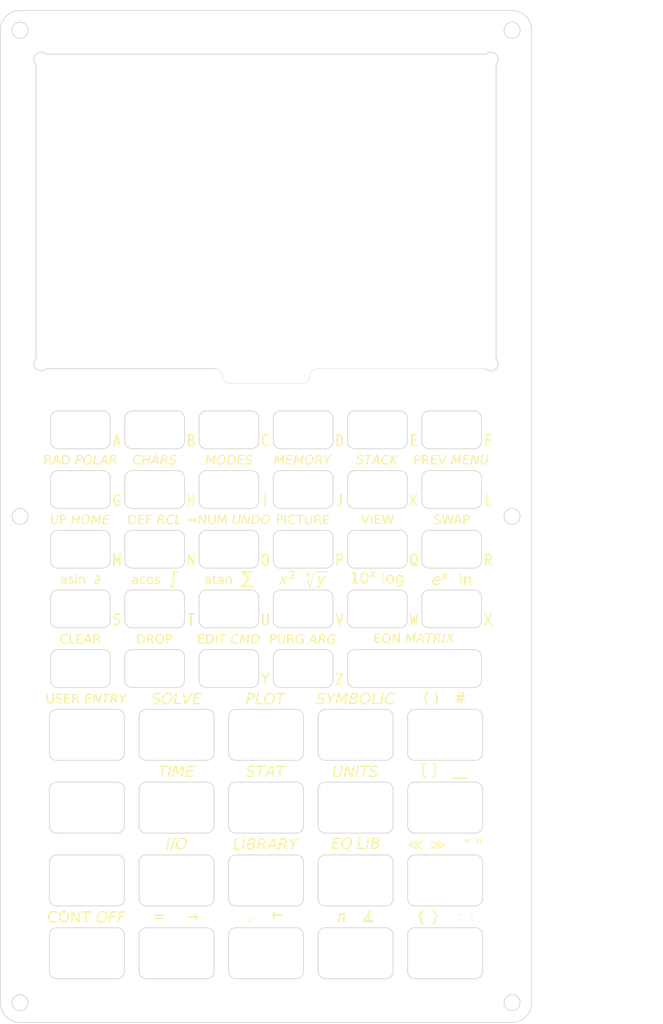
<source format=kicad_pcb>
(kicad_pcb (version 20241229) (generator "pcbnew") (generator_version "9.0")
  (layers (0 "F.Cu" signal) (2 "B.Cu" signal) (13 "F.Paste" user) (15 "B.Paste" user) (5 "F.SilkS" user "F.Silkscreen") (7 "B.SilkS" user "B.Silkscreen") (1 "F.Mask" user) (3 "B.Mask" user) (25 "Edge.Cuts" user))
  (net 0 "")
  (footprint "latex_text" (layer "F.Cu") (at 76.5 144.5)
    (property "Reference" "latex_text" (hide yes))
    (property "Value" "G***" (hide yes))
  )
  (footprint "latex_text" (layer "F.Cu") (at 91.8 101.7)
    (property "Reference" "latex_text" (hide yes))
    (property "Value" "G***" (hide yes))
  )
  (footprint "latex_text" (layer "F.Cu") (at 102 118.1)
    (property "Reference" "latex_text" (hide yes))
    (property "Value" "G***" (hide yes))
  )
  (footprint "latex_text" (layer "F.Cu") (at 71.4 101.7)
    (property "Reference" "latex_text" (hide yes))
    (property "Value" "G***" (hide yes))
  )
  (footprint "latex_text" (layer "F.Cu") (at 51.9 134.5)
    (property "Reference" "latex_text" (hide yes))
    (property "Value" "G***" (hide yes))
  )
  (footprint "latex_text" (layer "F.Cu") (at 51.9 164.5)
    (property "Reference" "latex_text" (hide yes))
    (property "Value" "G***" (hide yes))
  )
  (footprint "latex_text" (layer "F.Cu") (at 81.6 109.9)
    (property "Reference" "latex_text" (hide yes))
    (property "Value" "G***" (hide yes))
  )
  (footprint "latex_text" (layer "F.Cu") (at 51 109.9)
    (property "Reference" "latex_text" (hide yes))
    (property "Value" "G***" (hide yes))
  )
  (footprint "latex_text" (layer "F.Cu") (at 81.6 101.7)
    (property "Reference" "latex_text" (hide yes))
    (property "Value" "G***" (hide yes))
  )
  (footprint "latex_text" (layer "F.Cu") (at 61.2 118.1)
    (property "Reference" "latex_text" (hide yes))
    (property "Value" "G***" (hide yes))
  )
  (footprint "latex_text" (layer "F.Cu") (at 51 101.7)
    (property "Reference" "latex_text" (hide yes))
    (property "Value" "G***" (hide yes))
  )
  (footprint "latex_text" (layer "F.Cu") (at 101.1 154.5)
    (property "Reference" "latex_text" (hide yes))
    (property "Value" "G***" (hide yes))
  )
  (footprint "latex_text" (layer "F.Cu") (at 101.1 144.5)
    (property "Reference" "latex_text" (hide yes))
    (property "Value" "G***" (hide yes))
  )
  (footprint "latex_text" (layer "F.Cu") (at 81.6 126.3)
    (property "Reference" "latex_text" (hide yes))
    (property "Value" "G***" (hide yes))
  )
  (footprint "latex_text" (layer "F.Cu") (at 101.1 164.5)
    (property "Reference" "latex_text" (hide yes))
    (property "Value" "G***" (hide yes))
  )
  (footprint "latex_text" (layer "F.Cu") (at 91.8 109.9)
    (property "Reference" "latex_text" (hide yes))
    (property "Value" "G***" (hide yes))
  )
  (footprint "latex_text" (layer "F.Cu") (at 88.8 154.5)
    (property "Reference" "latex_text" (hide yes))
    (property "Value" "G***" (hide yes))
  )
  (footprint "latex_text" (layer "F.Cu") (at 76.5 134.5)
    (property "Reference" "latex_text" (hide yes))
    (property "Value" "G***" (hide yes))
  )
  (footprint "latex_text" (layer "F.Cu") (at 101.1 134.5)
    (property "Reference" "latex_text" (hide yes))
    (property "Value" "G***" (hide yes))
  )
  (footprint "latex_text" (layer "F.Cu") (at 64.2 164.5)
    (property "Reference" "latex_text" (hide yes))
    (property "Value" "G***" (hide yes))
  )
  (footprint "latex_text" (layer "F.Cu") (at 71.4 118.1)
    (property "Reference" "latex_text" (hide yes))
    (property "Value" "G***" (hide yes))
  )
  (footprint "latex_text" (layer "F.Cu") (at 96.9 126.3)
    (property "Reference" "latex_text" (hide yes))
    (property "Value" "G***" (hide yes))
  )
  (footprint "latex_text" (layer "F.Cu") (at 88.8 164.5)
    (property "Reference" "latex_text" (hide yes))
    (property "Value" "G***" (hide yes))
  )
  (footprint "latex_text" (layer "F.Cu") (at 88.8 144.5)
    (property "Reference" "latex_text" (hide yes))
    (property "Value" "G***" (hide yes))
  )
  (footprint "latex_text" (layer "F.Cu") (at 64.2 154.5)
    (property "Reference" "latex_text" (hide yes))
    (property "Value" "G***" (hide yes))
  )
  (footprint "latex_text" (layer "F.Cu") (at 61.2 126.3)
    (property "Reference" "latex_text" (hide yes))
    (property "Value" "G***" (hide yes))
  )
  (footprint "latex_text" (layer "F.Cu") (at 64.2 134.5)
    (property "Reference" "latex_text" (hide yes))
    (property "Value" "G***" (hide yes))
  )
  (footprint "latex_text" (layer "F.Cu") (at 51 126.3)
    (property "Reference" "latex_text" (hide yes))
    (property "Value" "G***" (hide yes))
  )
  (footprint "latex_text" (layer "F.Cu") (at 61.2 101.7)
    (property "Reference" "latex_text" (hide yes))
    (property "Value" "G***" (hide yes))
  )
  (footprint "latex_text" (layer "F.Cu") (at 51 118.1)
    (property "Reference" "latex_text" (hide yes))
    (property "Value" "G***" (hide yes))
  )
  (footprint "latex_text" (layer "F.Cu") (at 91.8 118.1)
    (property "Reference" "latex_text" (hide yes))
    (property "Value" "G***" (hide yes))
  )
  (footprint "latex_text" (layer "F.Cu") (at 61.2 109.9)
    (property "Reference" "latex_text" (hide yes))
    (property "Value" "G***" (hide yes))
  )
  (footprint "latex_text" (layer "F.Cu") (at 64.2 144.5)
    (property "Reference" "latex_text" (hide yes))
    (property "Value" "G***" (hide yes))
  )
  (footprint "latex_text" (layer "F.Cu") (at 71.4 126.3)
    (property "Reference" "latex_text" (hide yes))
    (property "Value" "G***" (hide yes))
  )
  (footprint "latex_text" (layer "F.Cu") (at 71.4 109.9)
    (property "Reference" "latex_text" (hide yes))
    (property "Value" "G***" (hide yes))
  )
  (footprint "latex_text" (layer "F.Cu") (at 76.5 164.5)
    (property "Reference" "latex_text" (hide yes))
    (property "Value" "G***" (hide yes))
  )
  (footprint "latex_text" (layer "F.Cu") (at 81.6 118.1)
    (property "Reference" "latex_text" (hide yes))
    (property "Value" "G***" (hide yes))
  )
  (footprint "latex_text" (layer "F.Cu") (at 76.5 154.5)
    (property "Reference" "latex_text" (hide yes))
    (property "Value" "G***" (hide yes))
  )
  (footprint "latex_text" (layer "F.Cu") (at 102 101.7)
    (property "Reference" "latex_text" (hide yes))
    (property "Value" "G***" (hide yes))
  )
  (footprint "latex_text" (layer "F.Cu") (at 88.8 134.5)
    (property "Reference" "latex_text" (hide yes))
    (property "Value" "G***" (hide yes))
  )
  (footprint "latex_text" (layer "F.Cu") (at 102 109.9)
    (property "Reference" "latex_text" (hide yes))
    (property "Value" "G***" (hide yes))
  )
  (gr_arc (start 105.1 127.8) (mid 105.807107 128.092893) (end 106.1 128.8) (stroke (width 0.1)) (layer "Edge.Cuts"))
  (gr_line (start 106.25 157) (end 106.25 162) (stroke (width 0.1)) (layer "Edge.Cuts"))
  (gr_line (start 106.25 167) (end 106.25 172) (stroke (width 0.1)) (layer "Edge.Cuts"))
  (gr_line (start 58.100001 95) (end 64.299999 95) (stroke (width 0.1)) (layer "Edge.Cuts"))
  (gr_line (start 60.05 136) (end 68.35 136) (stroke (width 0.1)) (layer "Edge.Cuts"))
  (gr_line (start 105.099999 116.6) (end 98.900001 116.6) (stroke (width 0.1)) (layer "Edge.Cuts"))
  (gr_line (start 78.500001 119.6) (end 84.699999 119.6) (stroke (width 0.1)) (layer "Edge.Cuts"))
  (gr_arc (start 106.25 142) (mid 105.957107 142.707107) (end 105.25 143) (stroke (width 0.1)) (layer "Edge.Cuts"))
  (gr_arc (start 82.5 90.2) (mid 82.792893 89.492893) (end 83.5 89.2) (stroke (width 0.05)) (layer "Edge.Cuts"))
  (gr_line (start 68.300001 119.6) (end 74.499999 119.6) (stroke (width 0.1)) (layer "Edge.Cuts"))
  (gr_line (start 97.900001 99.2) (end 97.900001 96) (stroke (width 0.1)) (layer "Edge.Cuts"))
  (gr_line (start 47.900001 103.2) (end 54.099999 103.2) (stroke (width 0.1)) (layer "Edge.Cuts"))
  (gr_arc (start 59.05 157) (mid 59.342893 156.292893) (end 60.05 156) (stroke (width 0.1)) (layer "Edge.Cuts"))
  (gr_line (start 47.900001 119.6) (end 54.099999 119.6) (stroke (width 0.1)) (layer "Edge.Cuts"))
  (gr_arc (start 78.500001 124.8) (mid 77.792894 124.507107) (end 77.500001 123.8) (stroke (width 0.1)) (layer "Edge.Cuts"))
  (gr_line (start 75.499999 96) (end 75.499999 99.2) (stroke (width 0.1)) (layer "Edge.Cuts"))
  (gr_line (start 75.499999 128.8) (end 75.499999 132) (stroke (width 0.1)) (layer "Edge.Cuts"))
  (gr_arc (start 67.300001 112.4) (mid 67.592894 111.692893) (end 68.300001 111.4) (stroke (width 0.1)) (layer "Edge.Cuts"))
  (gr_arc (start 94.899999 111.4) (mid 95.607106 111.692893) (end 95.899999 112.4) (stroke (width 0.1)) (layer "Edge.Cuts"))
  (gr_line (start 87.7 132) (end 87.7 128.8) (stroke (width 0.1)) (layer "Edge.Cuts"))
  (gr_arc (start 78.500001 133) (mid 77.792894 132.707107) (end 77.500001 132) (stroke (width 0.1)) (layer "Edge.Cuts"))
  (gr_circle (center 42.7 109.5) (end 42.7 110.6) (stroke (width 0.1)) (fill no) (layer "Edge.Cuts"))
  (gr_arc (start 83.65 147) (mid 83.942893 146.292893) (end 84.65 146) (stroke (width 0.1)) (layer "Edge.Cuts"))
  (gr_line (start 85.699999 96) (end 85.699999 99.2) (stroke (width 0.1)) (layer "Edge.Cuts"))
  (gr_arc (start 59.05 147) (mid 59.342893 146.292893) (end 60.05 146) (stroke (width 0.1)) (layer "Edge.Cuts"))
  (gr_arc (start 84.65 163) (mid 83.942893 162.707107) (end 83.65 162) (stroke (width 0.1)) (layer "Edge.Cuts"))
  (gr_line (start 78.500001 103.2) (end 84.699999 103.2) (stroke (width 0.1)) (layer "Edge.Cuts"))
  (gr_line (start 55.099999 120.6) (end 55.099999 123.8) (stroke (width 0.1)) (layer "Edge.Cuts"))
  (gr_line (start 92.95 173) (end 84.65 173) (stroke (width 0.1)) (layer "Edge.Cuts"))
  (gr_arc (start 65.299999 115.6) (mid 65.007106 116.307107) (end 64.299999 116.6) (stroke (width 0.1)) (layer "Edge.Cuts"))
  (gr_arc (start 67.300001 128.8) (mid 67.592894 128.092893) (end 68.300001 127.8) (stroke (width 0.1)) (layer "Edge.Cuts"))
  (gr_arc (start 97.900001 120.6) (mid 98.192894 119.892893) (end 98.900001 119.6) (stroke (width 0.1)) (layer "Edge.Cuts"))
  (gr_arc (start 97.900001 96) (mid 98.192894 95.292893) (end 98.900001 95) (stroke (width 0.1)) (layer "Edge.Cuts"))
  (gr_arc (start 64.299999 111.4) (mid 65.007106 111.692893) (end 65.299999 112.4) (stroke (width 0.1)) (layer "Edge.Cuts"))
  (gr_arc (start 68.35 146) (mid 69.057107 146.292893) (end 69.35 147) (stroke (width 0.1)) (layer "Edge.Cuts"))
  (gr_arc (start 74.499999 103.2) (mid 75.207106 103.492893) (end 75.499999 104.2) (stroke (width 0.1)) (layer "Edge.Cuts"))
  (gr_arc (start 64.299999 103.2) (mid 65.007106 103.492893) (end 65.299999 104.2) (stroke (width 0.1)) (layer "Edge.Cuts"))
  (gr_arc (start 58.100001 100.2) (mid 57.392894 99.907107) (end 57.100001 99.2) (stroke (width 0.1)) (layer "Edge.Cuts"))
  (gr_arc (start 65.299999 107.4) (mid 65.007106 108.107107) (end 64.299999 108.4) (stroke (width 0.1)) (layer "Edge.Cuts"))
  (gr_arc (start 93.95 152) (mid 93.657107 152.707107) (end 92.95 153) (stroke (width 0.1)) (layer "Edge.Cuts"))
  (gr_line (start 74.499999 116.6) (end 68.300001 116.6) (stroke (width 0.1)) (layer "Edge.Cuts"))
  (gr_arc (start 96.95 143) (mid 96.242893 142.707107) (end 95.95 142) (stroke (width 0.1)) (layer "Edge.Cuts"))
  (gr_arc (start 95.95 167) (mid 96.242893 166.292893) (end 96.95 166) (stroke (width 0.1)) (layer "Edge.Cuts"))
  (gr_line (start 84.65 156) (end 92.95 156) (stroke (width 0.1)) (layer "Edge.Cuts"))
  (gr_arc (start 55.099999 115.6) (mid 54.807106 116.307107) (end 54.099999 116.6) (stroke (width 0.1)) (layer "Edge.Cuts"))
  (gr_arc (start 96.95 173) (mid 96.242893 172.707107) (end 95.95 172) (stroke (width 0.1)) (layer "Edge.Cuts"))
  (gr_line (start 57.05 157) (end 57.05 162) (stroke (width 0.1)) (layer "Edge.Cuts"))
  (gr_arc (start 60.05 173) (mid 59.342893 172.707107) (end 59.05 172) (stroke (width 0.1)) (layer "Edge.Cuts"))
  (gr_line (start 95.899999 104.2) (end 95.899999 107.4) (stroke (width 0.1)) (layer "Edge.Cuts"))
  (gr_arc (start 55.099999 99.2) (mid 54.807106 99.907107) (end 54.099999 100.2) (stroke (width 0.1)) (layer "Edge.Cuts"))
  (gr_line (start 106.099999 112.4) (end 106.099999 115.6) (stroke (width 0.1)) (layer "Edge.Cuts"))
  (gr_line (start 74.499999 108.4) (end 68.300001 108.4) (stroke (width 0.1)) (layer "Edge.Cuts"))
  (gr_line (start 54.099999 133) (end 47.900001 133) (stroke (width 0.1)) (layer "Edge.Cuts"))
  (gr_arc (start 78.500001 116.6) (mid 77.792894 116.307107) (end 77.500001 115.6) (stroke (width 0.1)) (layer "Edge.Cuts"))
  (gr_arc (start 57.100001 128.8) (mid 57.392894 128.092893) (end 58.100001 127.8) (stroke (width 0.1)) (layer "Edge.Cuts"))
  (gr_line (start 106.1 128.8) (end 106.1 132) (stroke (width 0.1)) (layer "Edge.Cuts"))
  (gr_line (start 58.100001 127.8) (end 64.299999 127.8) (stroke (width 0.1)) (layer "Edge.Cuts"))
  (gr_line (start 113 42.7) (end 113 176.3) (stroke (width 0.1)) (layer "Edge.Cuts"))
  (gr_line (start 84.699999 100.2) (end 78.500001 100.2) (stroke (width 0.1)) (layer "Edge.Cuts"))
  (gr_line (start 78.500001 111.4) (end 84.699999 111.4) (stroke (width 0.1)) (layer "Edge.Cuts"))
  (gr_arc (start 92.95 146) (mid 93.657107 146.292893) (end 93.95 147) (stroke (width 0.1)) (layer "Edge.Cuts"))
  (gr_line (start 54.099999 108.4) (end 47.900001 108.4) (stroke (width 0.1)) (layer "Edge.Cuts"))
  (gr_line (start 105.25 143) (end 96.95 143) (stroke (width 0.1)) (layer "Edge.Cuts"))
  (gr_arc (start 69.35 162) (mid 69.057107 162.707107) (end 68.35 163) (stroke (width 0.1)) (layer "Edge.Cuts"))
  (gr_arc (start 75.499999 132) (mid 75.207106 132.707107) (end 74.499999 133) (stroke (width 0.1)) (layer "Edge.Cuts"))
  (gr_arc (start 54.099999 111.4) (mid 54.807106 111.692893) (end 55.099999 112.4) (stroke (width 0.1)) (layer "Edge.Cuts"))
  (gr_line (start 59.05 172) (end 59.05 167) (stroke (width 0.1)) (layer "Edge.Cuts"))
  (gr_arc (start 81.65 172) (mid 81.357107 172.707107) (end 80.65 173) (stroke (width 0.1)) (layer "Edge.Cuts"))
  (gr_arc (start 84.65 143) (mid 83.942893 142.707107) (end 83.65 142) (stroke (width 0.1)) (layer "Edge.Cuts"))
  (gr_line (start 94.899999 124.8) (end 88.700001 124.8) (stroke (width 0.1)) (layer "Edge.Cuts"))
  (gr_line (start 72.35 156) (end 80.65 156) (stroke (width 0.1)) (layer "Edge.Cuts"))
  (gr_arc (start 46.900001 96) (mid 47.192894 95.292893) (end 47.900001 95) (stroke (width 0.1)) (layer "Edge.Cuts"))
  (gr_line (start 95.899999 96) (end 95.899999 99.2) (stroke (width 0.1)) (layer "Edge.Cuts"))
  (gr_arc (start 84.699999 119.6) (mid 85.407106 119.892893) (end 85.699999 120.6) (stroke (width 0.1)) (layer "Edge.Cuts"))
  (gr_line (start 68.35 143) (end 60.05 143) (stroke (width 0.1)) (layer "Edge.Cuts"))
  (gr_line (start 106.099999 104.2) (end 106.099999 107.4) (stroke (width 0.1)) (layer "Edge.Cuts"))
  (gr_line (start 69.5 89.2) (end 46.314212 89.2) (stroke (width 0.1)) (layer "Edge.Cuts"))
  (gr_line (start 47.900001 95) (end 54.099999 95) (stroke (width 0.1)) (layer "Edge.Cuts"))
  (gr_arc (start 83.65 167) (mid 83.942893 166.292893) (end 84.65 166) (stroke (width 0.1)) (layer "Edge.Cuts"))
  (gr_line (start 105.099999 124.8) (end 98.900001 124.8) (stroke (width 0.1)) (layer "Edge.Cuts"))
  (gr_line (start 85.699999 104.2) (end 85.699999 107.4) (stroke (width 0.1)) (layer "Edge.Cuts"))
  (gr_line (start 106.099999 96) (end 106.099999 99.2) (stroke (width 0.1)) (layer "Edge.Cuts"))
  (gr_line (start 68.300001 111.4) (end 74.499999 111.4) (stroke (width 0.1)) (layer "Edge.Cuts"))
  (gr_arc (start 58.100001 116.6) (mid 57.392894 116.307107) (end 57.100001 115.6) (stroke (width 0.1)) (layer "Edge.Cuts"))
  (gr_arc (start 65.299999 132) (mid 65.007106 132.707107) (end 64.299999 133) (stroke (width 0.1)) (layer "Edge.Cuts"))
  (gr_arc (start 77.500001 120.6) (mid 77.792894 119.892893) (end 78.500001 119.6) (stroke (width 0.1)) (layer "Edge.Cuts"))
  (gr_line (start 80.65 153) (end 72.35 153) (stroke (width 0.1)) (layer "Edge.Cuts"))
  (gr_circle (center 110.3 176.3) (end 110.3 177.4) (stroke (width 0.1)) (fill no) (layer "Edge.Cuts"))
  (gr_arc (start 96.95 163) (mid 96.242893 162.707107) (end 95.95 162) (stroke (width 0.1)) (layer "Edge.Cuts"))
  (gr_line (start 97.900001 123.8) (end 97.900001 120.6) (stroke (width 0.1)) (layer "Edge.Cuts"))
  (gr_arc (start 88.700001 124.8) (mid 87.992894 124.507107) (end 87.700001 123.8) (stroke (width 0.1)) (layer "Edge.Cuts"))
  (gr_arc (start 105.099999 111.4) (mid 105.807106 111.692893) (end 106.099999 112.4) (stroke (width 0.1)) (layer "Edge.Cuts"))
  (gr_line (start 71.35 162) (end 71.35 157) (stroke (width 0.1)) (layer "Edge.Cuts"))
  (gr_line (start 84.65 136) (end 92.95 136) (stroke (width 0.1)) (layer "Edge.Cuts"))
  (gr_line (start 64.299999 133) (end 58.100001 133) (stroke (width 0.1)) (layer "Edge.Cuts"))
  (gr_line (start 93.95 157) (end 93.95 162) (stroke (width 0.1)) (layer "Edge.Cuts"))
  (gr_arc (start 46.75 157) (mid 47.042893 156.292893) (end 47.75 156) (stroke (width 0.1)) (layer "Edge.Cuts"))
  (gr_line (start 64.299999 116.6) (end 58.100001 116.6) (stroke (width 0.1)) (layer "Edge.Cuts"))
  (gr_line (start 83.65 162) (end 83.65 157) (stroke (width 0.1)) (layer "Edge.Cuts"))
  (gr_arc (start 59.05 167) (mid 59.342893 166.292893) (end 60.05 166) (stroke (width 0.1)) (layer "Edge.Cuts"))
  (gr_arc (start 84.699999 95) (mid 85.407106 95.292893) (end 85.699999 96) (stroke (width 0.1)) (layer "Edge.Cuts"))
  (gr_line (start 80.65 173) (end 72.35 173) (stroke (width 0.1)) (layer "Edge.Cuts"))
  (gr_arc (start 87.7 128.8) (mid 87.992893 128.092893) (end 88.7 127.8) (stroke (width 0.1)) (layer "Edge.Cuts"))
  (gr_arc (start 57.05 162) (mid 56.757107 162.707107) (end 56.05 163) (stroke (width 0.1)) (layer "Edge.Cuts"))
  (gr_arc (start 98.900001 124.8) (mid 98.192894 124.507107) (end 97.900001 123.8) (stroke (width 0.1)) (layer "Edge.Cuts"))
  (gr_line (start 75.499999 120.6) (end 75.499999 123.8) (stroke (width 0.1)) (layer "Edge.Cuts"))
  (gr_line (start 88.7 127.8) (end 105.1 127.8) (stroke (width 0.1)) (layer "Edge.Cuts"))
  (gr_arc (start 75.499999 115.6) (mid 75.207106 116.307107) (end 74.499999 116.6) (stroke (width 0.1)) (layer "Edge.Cuts"))
  (gr_circle (center 110.3 42.7) (end 110.3 43.8) (stroke (width 0.1)) (fill no) (layer "Edge.Cuts"))
  (gr_arc (start 88.7 133) (mid 87.992893 132.707107) (end 87.7 132) (stroke (width 0.1)) (layer "Edge.Cuts"))
  (gr_line (start 57.05 167) (end 57.05 172) (stroke (width 0.1)) (layer "Edge.Cuts"))
  (gr_arc (start 46.900001 104.2) (mid 47.192894 103.492893) (end 47.900001 103.2) (stroke (width 0.1)) (layer "Edge.Cuts"))
  (gr_arc (start 105.099999 95) (mid 105.807106 95.292893) (end 106.099999 96) (stroke (width 0.1)) (layer "Edge.Cuts"))
  (gr_arc (start 88.700001 108.4) (mid 87.992894 108.107107) (end 87.700001 107.4) (stroke (width 0.1)) (layer "Edge.Cuts"))
  (gr_arc (start 72.35 143) (mid 71.642893 142.707107) (end 71.35 142) (stroke (width 0.1)) (layer "Edge.Cuts"))
  (gr_line (start 46.75 172) (end 46.75 167) (stroke (width 0.1)) (layer "Edge.Cuts"))
  (gr_arc (start 55.099999 123.8) (mid 54.807106 124.507107) (end 54.099999 124.8) (stroke (width 0.1)) (layer "Edge.Cuts"))
  (gr_arc (start 108.1 87.785787) (mid 108.100001 89.2) (end 106.685788 89.200001) (stroke (width 0.1)) (layer "Edge.Cuts"))
  (gr_line (start 42.7 40) (end 110.3 40) (stroke (width 0.1)) (layer "Edge.Cuts"))
  (gr_arc (start 58.100001 124.8) (mid 57.392894 124.507107) (end 57.100001 123.8) (stroke (width 0.1)) (layer "Edge.Cuts"))
  (gr_line (start 105.25 173) (end 96.95 173) (stroke (width 0.1)) (layer "Edge.Cuts"))
  (gr_arc (start 69.35 172) (mid 69.057107 172.707107) (end 68.35 173) (stroke (width 0.1)) (layer "Edge.Cuts"))
  (gr_line (start 55.099999 112.4) (end 55.099999 115.6) (stroke (width 0.1)) (layer "Edge.Cuts"))
  (gr_arc (start 74.499999 127.8) (mid 75.207106 128.092893) (end 75.499999 128.8) (stroke (width 0.1)) (layer "Edge.Cuts"))
  (gr_arc (start 85.699999 132) (mid 85.407106 132.707107) (end 84.699999 133) (stroke (width 0.1)) (layer "Edge.Cuts"))
  (gr_line (start 96.95 166) (end 105.25 166) (stroke (width 0.1)) (layer "Edge.Cuts"))
  (gr_arc (start 105.099999 103.2) (mid 105.807106 103.492893) (end 106.099999 104.2) (stroke (width 0.1)) (layer "Edge.Cuts"))
  (gr_arc (start 42.7 179) (mid 40.790812 178.209188) (end 40 176.3) (stroke (width 0.1)) (layer "Edge.Cuts"))
  (gr_line (start 81.65 167) (end 81.65 172) (stroke (width 0.1)) (layer "Edge.Cuts"))
  (gr_arc (start 46.75 137) (mid 47.042893 136.292893) (end 47.75 136) (stroke (width 0.1)) (layer "Edge.Cuts"))
  (gr_line (start 78.500001 95) (end 84.699999 95) (stroke (width 0.1)) (layer "Edge.Cuts"))
  (gr_line (start 74.499999 124.8) (end 68.300001 124.8) (stroke (width 0.1)) (layer "Edge.Cuts"))
  (gr_line (start 64.299999 100.2) (end 58.100001 100.2) (stroke (width 0.1)) (layer "Edge.Cuts"))
  (gr_arc (start 64.299999 95) (mid 65.007106 95.292893) (end 65.299999 96) (stroke (width 0.1)) (layer "Edge.Cuts"))
  (gr_line (start 93.95 167) (end 93.95 172) (stroke (width 0.1)) (layer "Edge.Cuts"))
  (gr_line (start 67.300001 99.2) (end 67.300001 96) (stroke (width 0.1)) (layer "Edge.Cuts"))
  (gr_line (start 110.3 179) (end 42.7 179) (stroke (width 0.1)) (layer "Edge.Cuts"))
  (gr_line (start 87.700001 123.8) (end 87.700001 120.6) (stroke (width 0.1)) (layer "Edge.Cuts"))
  (gr_line (start 83.65 152) (end 83.65 147) (stroke (width 0.1)) (layer "Edge.Cuts"))
  (gr_line (start 46.900001 123.8) (end 46.900001 120.6) (stroke (width 0.1)) (layer "Edge.Cuts"))
  (gr_line (start 46.900001 132) (end 46.900001 128.8) (stroke (width 0.1)) (layer "Edge.Cuts"))
  (gr_line (start 88.700001 95) (end 94.899999 95) (stroke (width 0.1)) (layer "Edge.Cuts"))
  (gr_arc (start 84.65 153) (mid 83.942893 152.707107) (end 83.65 152) (stroke (width 0.1)) (layer "Edge.Cuts"))
  (gr_arc (start 47.75 163) (mid 47.042893 162.707107) (end 46.75 162) (stroke (width 0.1)) (layer "Edge.Cuts"))
  (gr_arc (start 77.500001 112.4) (mid 77.792894 111.692893) (end 78.500001 111.4) (stroke (width 0.1)) (layer "Edge.Cuts"))
  (gr_line (start 84.699999 116.6) (end 78.500001 116.6) (stroke (width 0.1)) (layer "Edge.Cuts"))
  (gr_arc (start 92.95 156) (mid 93.657107 156.292893) (end 93.95 157) (stroke (width 0.1)) (layer "Edge.Cuts"))
  (gr_line (start 85.699999 120.6) (end 85.699999 123.8) (stroke (width 0.1)) (layer "Edge.Cuts"))
  (gr_line (start 93.95 147) (end 93.95 152) (stroke (width 0.1)) (layer "Edge.Cuts"))
  (gr_line (start 69.35 167) (end 69.35 172) (stroke (width 0.1)) (layer "Edge.Cuts"))
  (gr_line (start 58.100001 119.6) (end 64.299999 119.6) (stroke (width 0.1)) (layer "Edge.Cuts"))
  (gr_arc (start 81.65 162) (mid 81.357107 162.707107) (end 80.65 163) (stroke (width 0.1)) (layer "Edge.Cuts"))
  (gr_arc (start 98.900001 100.2) (mid 98.192894 99.907107) (end 97.900001 99.2) (stroke (width 0.1)) (layer "Edge.Cuts"))
  (gr_line (start 59.05 162) (end 59.05 157) (stroke (width 0.1)) (layer "Edge.Cuts"))
  (gr_arc (start 47.900001 100.2) (mid 47.192894 99.907107) (end 46.900001 99.2) (stroke (width 0.1)) (layer "Edge.Cuts"))
  (gr_line (start 74.499999 133) (end 68.300001 133) (stroke (width 0.1)) (layer "Edge.Cuts"))
  (gr_line (start 98.900001 103.2) (end 105.099999 103.2) (stroke (width 0.1)) (layer "Edge.Cuts"))
  (gr_line (start 47.75 136) (end 56.05 136) (stroke (width 0.1)) (layer "Edge.Cuts"))
  (gr_arc (start 77.500001 104.2) (mid 77.792894 103.492893) (end 78.500001 103.2) (stroke (width 0.1)) (layer "Edge.Cuts"))
  (gr_arc (start 92.95 166) (mid 93.657107 166.292893) (end 93.95 167) (stroke (width 0.1)) (layer "Edge.Cuts"))
  (gr_line (start 68.35 173) (end 60.05 173) (stroke (width 0.1)) (layer "Edge.Cuts"))
  (gr_arc (start 93.95 172) (mid 93.657107 172.707107) (end 92.95 173) (stroke (width 0.1)) (layer "Edge.Cuts"))
  (gr_arc (start 74.499999 95) (mid 75.207106 95.292893) (end 75.499999 96) (stroke (width 0.1)) (layer "Edge.Cuts"))
  (gr_arc (start 47.900001 116.6) (mid 47.192894 116.307107) (end 46.900001 115.6) (stroke (width 0.1)) (layer "Edge.Cuts"))
  (gr_arc (start 77.500001 128.8) (mid 77.792894 128.092893) (end 78.500001 127.8) (stroke (width 0.1)) (layer "Edge.Cuts"))
  (gr_arc (start 68.300001 108.4) (mid 67.592894 108.107107) (end 67.300001 107.4) (stroke (width 0.1)) (layer "Edge.Cuts"))
  (gr_arc (start 71.35 147) (mid 71.642893 146.292893) (end 72.35 146) (stroke (width 0.1)) (layer "Edge.Cuts"))
  (gr_arc (start 113 176.3) (mid 112.209188 178.209188) (end 110.3 179) (stroke (width 0.1)) (layer "Edge.Cuts"))
  (gr_arc (start 85.699999 115.6) (mid 85.407106 116.307107) (end 84.699999 116.6) (stroke (width 0.1)) (layer "Edge.Cuts"))
  (gr_line (start 44.9 87.785788) (end 44.9 47.414212) (stroke (width 0.1)) (layer "Edge.Cuts"))
  (gr_line (start 98.900001 119.6) (end 105.099999 119.6) (stroke (width 0.1)) (layer "Edge.Cuts"))
  (gr_arc (start 84.699999 103.2) (mid 85.407106 103.492893) (end 85.699999 104.2) (stroke (width 0.1)) (layer "Edge.Cuts"))
  (gr_arc (start 47.75 143) (mid 47.042893 142.707107) (end 46.75 142) (stroke (width 0.1)) (layer "Edge.Cuts"))
  (gr_line (start 72.35 166) (end 80.65 166) (stroke (width 0.1)) (layer "Edge.Cuts"))
  (gr_arc (start 68.300001 100.2) (mid 67.592894 99.907107) (end 67.300001 99.2) (stroke (width 0.1)) (layer "Edge.Cuts"))
  (gr_line (start 87.700001 107.4) (end 87.700001 104.2) (stroke (width 0.1)) (layer "Edge.Cuts"))
  (gr_line (start 81.65 147) (end 81.65 152) (stroke (width 0.1)) (layer "Edge.Cuts"))
  (gr_line (start 94.899999 108.4) (end 88.700001 108.4) (stroke (width 0.1)) (layer "Edge.Cuts"))
  (gr_arc (start 69.35 152) (mid 69.057107 152.707107) (end 68.35 153) (stroke (width 0.1)) (layer "Edge.Cuts"))
  (gr_arc (start 65.299999 99.2) (mid 65.007106 99.907107) (end 64.299999 100.2) (stroke (width 0.1)) (layer "Edge.Cuts"))
  (gr_arc (start 58.100001 133) (mid 57.392894 132.707107) (end 57.100001 132) (stroke (width 0.1)) (layer "Edge.Cuts"))
  (gr_line (start 95.95 142) (end 95.95 137) (stroke (width 0.1)) (layer "Edge.Cuts"))
  (gr_arc (start 106.1 132) (mid 105.807107 132.707107) (end 105.1 133) (stroke (width 0.1)) (layer "Edge.Cuts"))
  (gr_arc (start 46.75 147) (mid 47.042893 146.292893) (end 47.75 146) (stroke (width 0.1)) (layer "Edge.Cuts"))
  (gr_arc (start 72.35 163) (mid 71.642893 162.707107) (end 71.35 162) (stroke (width 0.1)) (layer "Edge.Cuts"))
  (gr_arc (start 88.700001 100.2) (mid 87.992894 99.907107) (end 87.700001 99.2) (stroke (width 0.1)) (layer "Edge.Cuts"))
  (gr_line (start 72.35 146) (end 80.65 146) (stroke (width 0.1)) (layer "Edge.Cuts"))
  (gr_arc (start 47.75 153) (mid 47.042893 152.707107) (end 46.75 152) (stroke (width 0.1)) (layer "Edge.Cuts"))
  (gr_line (start 68.35 153) (end 60.05 153) (stroke (width 0.1)) (layer "Edge.Cuts"))
  (gr_arc (start 56.05 146) (mid 56.757107 146.292893) (end 57.05 147) (stroke (width 0.1)) (layer "Edge.Cuts"))
  (gr_arc (start 106.685787 45.999999) (mid 108.100001 45.999999) (end 108.100001 47.414213) (stroke (width 0.1)) (layer "Edge.Cuts"))
  (gr_arc (start 95.899999 99.2) (mid 95.607106 99.907107) (end 94.899999 100.2) (stroke (width 0.1)) (layer "Edge.Cuts"))
  (gr_arc (start 85.699999 107.4) (mid 85.407106 108.107107) (end 84.699999 108.4) (stroke (width 0.1)) (layer "Edge.Cuts"))
  (gr_line (start 71.35 172) (end 71.35 167) (stroke (width 0.1)) (layer "Edge.Cuts"))
  (gr_line (start 105.25 163) (end 96.95 163) (stroke (width 0.1)) (layer "Edge.Cuts"))
  (gr_arc (start 81.65 152) (mid 81.357107 152.707107) (end 80.65 153) (stroke (width 0.1)) (layer "Edge.Cuts"))
  (gr_arc (start 67.300001 120.6) (mid 67.592894 119.892893) (end 68.300001 119.6) (stroke (width 0.1)) (layer "Edge.Cuts"))
  (gr_line (start 57.05 147) (end 57.05 152) (stroke (width 0.1)) (layer "Edge.Cuts"))
  (gr_arc (start 40 42.7) (mid 40.790812 40.790812) (end 42.7 40) (stroke (width 0.1)) (layer "Edge.Cuts"))
  (gr_arc (start 68.300001 116.6) (mid 67.592894 116.307107) (end 67.300001 115.6) (stroke (width 0.1)) (layer "Edge.Cuts"))
  (gr_arc (start 83.65 137) (mid 83.942893 136.292893) (end 84.65 136) (stroke (width 0.1)) (layer "Edge.Cuts"))
  (gr_arc (start 106.099999 115.6) (mid 105.807106 116.307107) (end 105.099999 116.6) (stroke (width 0.1)) (layer "Edge.Cuts"))
  (gr_line (start 87.700001 99.2) (end 87.700001 96) (stroke (width 0.1)) (layer "Edge.Cuts"))
  (gr_arc (start 106.099999 107.4) (mid 105.807106 108.107107) (end 105.099999 108.4) (stroke (width 0.1)) (layer "Edge.Cuts"))
  (gr_line (start 93.95 137) (end 93.95 142) (stroke (width 0.1)) (layer "Edge.Cuts"))
  (gr_arc (start 46.314212 89.2) (mid 44.9 89.2) (end 44.9 87.785788) (stroke (width 0.1)) (layer "Edge.Cuts"))
  (gr_line (start 46.900001 99.2) (end 46.900001 96) (stroke (width 0.1)) (layer "Edge.Cuts"))
  (gr_arc (start 95.899999 115.6) (mid 95.607106 116.307107) (end 94.899999 116.6) (stroke (width 0.1)) (layer "Edge.Cuts"))
  (gr_line (start 85.699999 128.8) (end 85.699999 132) (stroke (width 0.1)) (layer "Edge.Cuts"))
  (gr_arc (start 105.25 146) (mid 105.957107 146.292893) (end 106.25 147) (stroke (width 0.1)) (layer "Edge.Cuts"))
  (gr_arc (start 83.65 157) (mid 83.942893 156.292893) (end 84.65 156) (stroke (width 0.1)) (layer "Edge.Cuts"))
  (gr_line (start 106.099999 120.6) (end 106.099999 123.8) (stroke (width 0.1)) (layer "Edge.Cuts"))
  (gr_line (start 65.299999 128.8) (end 65.299999 132) (stroke (width 0.1)) (layer "Edge.Cuts"))
  (gr_arc (start 54.099999 103.2) (mid 54.807106 103.492893) (end 55.099999 104.2) (stroke (width 0.1)) (layer "Edge.Cuts"))
  (gr_line (start 105.099999 108.4) (end 98.900001 108.4) (stroke (width 0.1)) (layer "Edge.Cuts"))
  (gr_line (start 64.299999 124.8) (end 58.100001 124.8) (stroke (width 0.1)) (layer "Edge.Cuts"))
  (gr_arc (start 72.35 173) (mid 71.642893 172.707107) (end 71.35 172) (stroke (width 0.1)) (layer "Edge.Cuts"))
  (gr_arc (start 47.900001 133) (mid 47.192894 132.707107) (end 46.900001 132) (stroke (width 0.1)) (layer "Edge.Cuts"))
  (gr_arc (start 84.65 173) (mid 83.942893 172.707107) (end 83.65 172) (stroke (width 0.1)) (layer "Edge.Cuts"))
  (gr_arc (start 97.900001 112.4) (mid 98.192894 111.692893) (end 98.900001 111.4) (stroke (width 0.1)) (layer "Edge.Cuts"))
  (gr_arc (start 106.25 162) (mid 105.957107 162.707107) (end 105.25 163) (stroke (width 0.1)) (layer "Edge.Cuts"))
  (gr_line (start 84.65 166) (end 92.95 166) (stroke (width 0.1)) (layer "Edge.Cuts"))
  (gr_arc (start 74.499999 111.4) (mid 75.207106 111.692893) (end 75.499999 112.4) (stroke (width 0.1)) (layer "Edge.Cuts"))
  (gr_arc (start 56.05 166) (mid 56.757107 166.292893) (end 57.05 167) (stroke (width 0.1)) (layer "Edge.Cuts"))
  (gr_line (start 80.65 163) (end 72.35 163) (stroke (width 0.1)) (layer "Edge.Cuts"))
  (gr_line (start 94.899999 116.6) (end 88.700001 116.6) (stroke (width 0.1)) (layer "Edge.Cuts"))
  (gr_line (start 77.500001 99.2) (end 77.500001 96) (stroke (width 0.1)) (layer "Edge.Cuts"))
  (gr_line (start 108.1 47.414212) (end 108.1 87.785788) (stroke (width 0.1)) (layer "Edge.Cuts"))
  (gr_line (start 55.099999 104.2) (end 55.099999 107.4) (stroke (width 0.1)) (layer "Edge.Cuts"))
  (gr_line (start 46.900001 107.4) (end 46.900001 104.2) (stroke (width 0.1)) (layer "Edge.Cuts"))
  (gr_line (start 95.899999 112.4) (end 95.899999 115.6) (stroke (width 0.1)) (layer "Edge.Cuts"))
  (gr_arc (start 80.65 166) (mid 81.357107 166.292893) (end 81.65 167) (stroke (width 0.1)) (layer "Edge.Cuts"))
  (gr_arc (start 65.299999 123.8) (mid 65.007106 124.507107) (end 64.299999 124.8) (stroke (width 0.1)) (layer "Edge.Cuts"))
  (gr_line (start 85.699999 112.4) (end 85.699999 115.6) (stroke (width 0.1)) (layer "Edge.Cuts"))
  (gr_arc (start 71.5 91.2) (mid 70.792893 90.907107) (end 70.5 90.2) (stroke (width 0.05)) (layer "Edge.Cuts"))
  (gr_line (start 96.95 136) (end 105.25 136) (stroke (width 0.1)) (layer "Edge.Cuts"))
  (gr_line (start 98.900001 111.4) (end 105.099999 111.4) (stroke (width 0.1)) (layer "Edge.Cuts"))
  (gr_arc (start 56.05 136) (mid 56.757107 136.292893) (end 57.05 137) (stroke (width 0.1)) (layer "Edge.Cuts"))
  (gr_arc (start 94.899999 95) (mid 95.607106 95.292893) (end 95.899999 96) (stroke (width 0.1)) (layer "Edge.Cuts"))
  (gr_line (start 68.300001 127.8) (end 74.499999 127.8) (stroke (width 0.1)) (layer "Edge.Cuts"))
  (gr_arc (start 68.300001 133) (mid 67.592894 132.707107) (end 67.300001 132) (stroke (width 0.1)) (layer "Edge.Cuts"))
  (gr_arc (start 44.899999 47.414212) (mid 44.9 45.999999) (end 46.314213 46) (stroke (width 0.1)) (layer "Edge.Cuts"))
  (gr_line (start 54.099999 124.8) (end 47.900001 124.8) (stroke (width 0.1)) (layer "Edge.Cuts"))
  (gr_line (start 98.900001 95) (end 105.099999 95) (stroke (width 0.1)) (layer "Edge.Cuts"))
  (gr_line (start 46.314212 46) (end 106.685788 46) (stroke (width 0.1)) (layer "Edge.Cuts"))
  (gr_line (start 88.700001 103.2) (end 94.899999 103.2) (stroke (width 0.1)) (layer "Edge.Cuts"))
  (gr_line (start 84.65 146) (end 92.95 146) (stroke (width 0.1)) (layer "Edge.Cuts"))
  (gr_line (start 68.300001 95) (end 74.499999 95) (stroke (width 0.1)) (layer "Edge.Cuts"))
  (gr_arc (start 93.95 142) (mid 93.657107 142.707107) (end 92.95 143) (stroke (width 0.1)) (layer "Edge.Cuts"))
  (gr_arc (start 54.099999 119.6) (mid 54.807106 119.892893) (end 55.099999 120.6) (stroke (width 0.1)) (layer "Edge.Cuts"))
  (gr_arc (start 60.05 163) (mid 59.342893 162.707107) (end 59.05 162) (stroke (width 0.1)) (layer "Edge.Cuts"))
  (gr_line (start 56.05 173) (end 47.75 173) (stroke (width 0.1)) (layer "Edge.Cuts"))
  (gr_line (start 97.900001 107.4) (end 97.900001 104.2) (stroke (width 0.1)) (layer "Edge.Cuts"))
  (gr_arc (start 59.05 137) (mid 59.342893 136.292893) (end 60.05 136) (stroke (width 0.1)) (layer "Edge.Cuts"))
  (gr_arc (start 106.099999 123.8) (mid 105.807106 124.507107) (end 105.099999 124.8) (stroke (width 0.1)) (layer "Edge.Cuts"))
  (gr_arc (start 57.05 152) (mid 56.757107 152.707107) (end 56.05 153) (stroke (width 0.1)) (layer "Edge.Cuts"))
  (gr_arc (start 82.5 90.2) (mid 82.207107 90.907107) (end 81.5 91.2) (stroke (width 0.05)) (layer "Edge.Cuts"))
  (gr_arc (start 68.35 156) (mid 69.057107 156.292893) (end 69.35 157) (stroke (width 0.1)) (layer "Edge.Cuts"))
  (gr_line (start 57.05 137) (end 57.05 142) (stroke (width 0.1)) (layer "Edge.Cuts"))
  (gr_arc (start 105.25 166) (mid 105.957107 166.292893) (end 106.25 167) (stroke (width 0.1)) (layer "Edge.Cuts"))
  (gr_line (start 47.75 166) (end 56.05 166) (stroke (width 0.1)) (layer "Edge.Cuts"))
  (gr_arc (start 105.099999 119.6) (mid 105.807106 119.892893) (end 106.099999 120.6) (stroke (width 0.1)) (layer "Edge.Cuts"))
  (gr_line (start 77.500001 107.4) (end 77.500001 104.2) (stroke (width 0.1)) (layer "Edge.Cuts"))
  (gr_arc (start 46.900001 120.6) (mid 47.192894 119.892893) (end 47.900001 119.6) (stroke (width 0.1)) (layer "Edge.Cuts"))
  (gr_line (start 75.499999 112.4) (end 75.499999 115.6) (stroke (width 0.1)) (layer "Edge.Cuts"))
  (gr_line (start 71.5 91.2) (end 81.5 91.2) (stroke (width 0.05)) (layer "Edge.Cuts"))
  (gr_circle (center 110.3 109.5) (end 110.3 110.6) (stroke (width 0.1)) (fill no) (layer "Edge.Cuts"))
  (gr_arc (start 57.05 142) (mid 56.757107 142.707107) (end 56.05 143) (stroke (width 0.1)) (layer "Edge.Cuts"))
  (gr_line (start 60.05 156) (end 68.35 156) (stroke (width 0.1)) (layer "Edge.Cuts"))
  (gr_arc (start 105.25 136) (mid 105.957107 136.292893) (end 106.25 137) (stroke (width 0.1)) (layer "Edge.Cuts"))
  (gr_line (start 81.65 137) (end 81.65 142) (stroke (width 0.1)) (layer "Edge.Cuts"))
  (gr_line (start 47.900001 111.4) (end 54.099999 111.4) (stroke (width 0.1)) (layer "Edge.Cuts"))
  (gr_line (start 69.35 147) (end 69.35 152) (stroke (width 0.1)) (layer "Edge.Cuts"))
  (gr_circle (center 42.7 42.7) (end 42.7 43.8) (stroke (width 0.1)) (fill no) (layer "Edge.Cuts"))
  (gr_line (start 88.700001 111.4) (end 94.899999 111.4) (stroke (width 0.1)) (layer "Edge.Cuts"))
  (gr_arc (start 55.099999 132) (mid 54.807106 132.707107) (end 54.099999 133) (stroke (width 0.1)) (layer "Edge.Cuts"))
  (gr_line (start 68.35 163) (end 60.05 163) (stroke (width 0.1)) (layer "Edge.Cuts"))
  (gr_line (start 64.299999 108.4) (end 58.100001 108.4) (stroke (width 0.1)) (layer "Edge.Cuts"))
  (gr_line (start 106.25 137) (end 106.25 142) (stroke (width 0.1)) (layer "Edge.Cuts"))
  (gr_line (start 95.95 162) (end 95.95 157) (stroke (width 0.1)) (layer "Edge.Cuts"))
  (gr_line (start 67.300001 132) (end 67.300001 128.8) (stroke (width 0.1)) (layer "Edge.Cuts"))
  (gr_line (start 54.099999 100.2) (end 47.900001 100.2) (stroke (width 0.1)) (layer "Edge.Cuts"))
  (gr_line (start 56.05 163) (end 47.75 163) (stroke (width 0.1)) (layer "Edge.Cuts"))
  (gr_line (start 83.5 89.2) (end 106.685788 89.200001) (stroke (width 0.05)) (layer "Edge.Cuts"))
  (gr_arc (start 68.35 136) (mid 69.057107 136.292893) (end 69.35 137) (stroke (width 0.1)) (layer "Edge.Cuts"))
  (gr_arc (start 106.099999 99.2) (mid 105.807106 99.907107) (end 105.099999 100.2) (stroke (width 0.1)) (layer "Edge.Cuts"))
  (gr_arc (start 67.300001 96) (mid 67.592894 95.292893) (end 68.300001 95) (stroke (width 0.1)) (layer "Edge.Cuts"))
  (gr_line (start 97.900001 115.6) (end 97.900001 112.4) (stroke (width 0.1)) (layer "Edge.Cuts"))
  (gr_line (start 96.95 156) (end 105.25 156) (stroke (width 0.1)) (layer "Edge.Cuts"))
  (gr_line (start 67.300001 123.8) (end 67.300001 120.6) (stroke (width 0.1)) (layer "Edge.Cuts"))
  (gr_arc (start 78.500001 108.4) (mid 77.792894 108.107107) (end 77.500001 107.4) (stroke (width 0.1)) (layer "Edge.Cuts"))
  (gr_arc (start 92.95 136) (mid 93.657107 136.292893) (end 93.95 137) (stroke (width 0.1)) (layer "Edge.Cuts"))
  (gr_line (start 54.099999 116.6) (end 47.900001 116.6) (stroke (width 0.1)) (layer "Edge.Cuts"))
  (gr_arc (start 57.100001 112.4) (mid 57.392894 111.692893) (end 58.100001 111.4) (stroke (width 0.1)) (layer "Edge.Cuts"))
  (gr_arc (start 87.700001 104.2) (mid 87.992894 103.492893) (end 88.700001 103.2) (stroke (width 0.1)) (layer "Edge.Cuts"))
  (gr_line (start 46.75 152) (end 46.75 147) (stroke (width 0.1)) (layer "Edge.Cuts"))
  (gr_line (start 83.65 172) (end 83.65 167) (stroke (width 0.1)) (layer "Edge.Cuts"))
  (gr_arc (start 106.25 152) (mid 105.957107 152.707107) (end 105.25 153) (stroke (width 0.1)) (layer "Edge.Cuts"))
  (gr_line (start 57.100001 107.4) (end 57.100001 104.2) (stroke (width 0.1)) (layer "Edge.Cuts"))
  (gr_arc (start 47.900001 108.4) (mid 47.192894 108.107107) (end 46.900001 107.4) (stroke (width 0.1)) (layer "Edge.Cuts"))
  (gr_line (start 77.500001 132) (end 77.500001 128.8) (stroke (width 0.1)) (layer "Edge.Cuts"))
  (gr_arc (start 85.699999 123.8) (mid 85.407106 124.507107) (end 84.699999 124.8) (stroke (width 0.1)) (layer "Edge.Cuts"))
  (gr_arc (start 96.95 153) (mid 96.242893 152.707107) (end 95.95 152) (stroke (width 0.1)) (layer "Edge.Cuts"))
  (gr_line (start 92.95 143) (end 84.65 143) (stroke (width 0.1)) (layer "Edge.Cuts"))
  (gr_arc (start 87.700001 112.4) (mid 87.992894 111.692893) (end 88.700001 111.4) (stroke (width 0.1)) (layer "Edge.Cuts"))
  (gr_line (start 92.95 153) (end 84.65 153) (stroke (width 0.1)) (layer "Edge.Cuts"))
  (gr_arc (start 110.3 40) (mid 112.209188 40.790812) (end 113 42.7) (stroke (width 0.1)) (layer "Edge.Cuts"))
  (gr_arc (start 71.35 167) (mid 71.642893 166.292893) (end 72.35 166) (stroke (width 0.1)) (layer "Edge.Cuts"))
  (gr_circle (center 42.7 176.3) (end 42.7 177.4) (stroke (width 0.1)) (fill no) (layer "Edge.Cuts"))
  (gr_arc (start 87.700001 96) (mid 87.992894 95.292893) (end 88.700001 95) (stroke (width 0.1)) (layer "Edge.Cuts"))
  (gr_arc (start 97.900001 104.2) (mid 98.192894 103.492893) (end 98.900001 103.2) (stroke (width 0.1)) (layer "Edge.Cuts"))
  (gr_arc (start 88.700001 116.6) (mid 87.992894 116.307107) (end 87.700001 115.6) (stroke (width 0.1)) (layer "Edge.Cuts"))
  (gr_line (start 58.100001 111.4) (end 64.299999 111.4) (stroke (width 0.1)) (layer "Edge.Cuts"))
  (gr_line (start 47.900001 127.8) (end 54.099999 127.8) (stroke (width 0.1)) (layer "Edge.Cuts"))
  (gr_arc (start 68.300001 124.8) (mid 67.592894 124.507107) (end 67.300001 123.8) (stroke (width 0.1)) (layer "Edge.Cuts"))
  (gr_arc (start 46.900001 128.8) (mid 47.192894 128.092893) (end 47.900001 127.8) (stroke (width 0.1)) (layer "Edge.Cuts"))
  (gr_line (start 59.05 152) (end 59.05 147) (stroke (width 0.1)) (layer "Edge.Cuts"))
  (gr_arc (start 57.100001 96) (mid 57.392894 95.292893) (end 58.100001 95) (stroke (width 0.1)) (layer "Edge.Cuts"))
  (gr_line (start 71.35 152) (end 71.35 147) (stroke (width 0.1)) (layer "Edge.Cuts"))
  (gr_line (start 60.05 146) (end 68.35 146) (stroke (width 0.1)) (layer "Edge.Cuts"))
  (gr_line (start 67.300001 115.6) (end 67.300001 112.4) (stroke (width 0.1)) (layer "Edge.Cuts"))
  (gr_line (start 57.100001 115.6) (end 57.100001 112.4) (stroke (width 0.1)) (layer "Edge.Cuts"))
  (gr_arc (start 95.95 147) (mid 96.242893 146.292893) (end 96.95 146) (stroke (width 0.1)) (layer "Edge.Cuts"))
  (gr_arc (start 56.05 156) (mid 56.757107 156.292893) (end 57.05 157) (stroke (width 0.1)) (layer "Edge.Cuts"))
  (gr_line (start 65.299999 112.4) (end 65.299999 115.6) (stroke (width 0.1)) (layer "Edge.Cuts"))
  (gr_line (start 59.05 142) (end 59.05 137) (stroke (width 0.1)) (layer "Edge.Cuts"))
  (gr_line (start 84.699999 108.4) (end 78.500001 108.4) (stroke (width 0.1)) (layer "Edge.Cuts"))
  (gr_line (start 46.900001 115.6) (end 46.900001 112.4) (stroke (width 0.1)) (layer "Edge.Cuts"))
  (gr_line (start 75.499999 104.2) (end 75.499999 107.4) (stroke (width 0.1)) (layer "Edge.Cuts"))
  (gr_line (start 106.25 147) (end 106.25 152) (stroke (width 0.1)) (layer "Edge.Cuts"))
  (gr_line (start 56.05 153) (end 47.75 153) (stroke (width 0.1)) (layer "Edge.Cuts"))
  (gr_line (start 92.95 163) (end 84.65 163) (stroke (width 0.1)) (layer "Edge.Cuts"))
  (gr_line (start 65.299999 96) (end 65.299999 99.2) (stroke (width 0.1)) (layer "Edge.Cuts"))
  (gr_arc (start 68.35 166) (mid 69.057107 166.292893) (end 69.35 167) (stroke (width 0.1)) (layer "Edge.Cuts"))
  (gr_line (start 88.700001 119.6) (end 94.899999 119.6) (stroke (width 0.1)) (layer "Edge.Cuts"))
  (gr_arc (start 75.499999 123.8) (mid 75.207106 124.507107) (end 74.499999 124.8) (stroke (width 0.1)) (layer "Edge.Cuts"))
  (gr_line (start 55.099999 128.8) (end 55.099999 132) (stroke (width 0.1)) (layer "Edge.Cuts"))
  (gr_line (start 40 176.3) (end 40 42.7) (stroke (width 0.1)) (layer "Edge.Cuts"))
  (gr_arc (start 84.699999 127.8) (mid 85.407106 128.092893) (end 85.699999 128.8) (stroke (width 0.1)) (layer "Edge.Cuts"))
  (gr_arc (start 64.299999 119.6) (mid 65.007106 119.892893) (end 65.299999 120.6) (stroke (width 0.1)) (layer "Edge.Cuts"))
  (gr_arc (start 54.099999 95) (mid 54.807106 95.292893) (end 55.099999 96) (stroke (width 0.1)) (layer "Edge.Cuts"))
  (gr_arc (start 60.05 153) (mid 59.342893 152.707107) (end 59.05 152) (stroke (width 0.1)) (layer "Edge.Cuts"))
  (gr_line (start 95.95 152) (end 95.95 147) (stroke (width 0.1)) (layer "Edge.Cuts"))
  (gr_line (start 55.099999 96) (end 55.099999 99.2) (stroke (width 0.1)) (layer "Edge.Cuts"))
  (gr_arc (start 80.65 156) (mid 81.357107 156.292893) (end 81.65 157) (stroke (width 0.1)) (layer "Edge.Cuts"))
  (gr_line (start 57.100001 123.8) (end 57.100001 120.6) (stroke (width 0.1)) (layer "Edge.Cuts"))
  (gr_line (start 105.25 153) (end 96.95 153) (stroke (width 0.1)) (layer "Edge.Cuts"))
  (gr_line (start 47.75 146) (end 56.05 146) (stroke (width 0.1)) (layer "Edge.Cuts"))
  (gr_line (start 71.35 142) (end 71.35 137) (stroke (width 0.1)) (layer "Edge.Cuts"))
  (gr_arc (start 93.95 162) (mid 93.657107 162.707107) (end 92.95 163) (stroke (width 0.1)) (layer "Edge.Cuts"))
  (gr_arc (start 55.099999 107.4) (mid 54.807106 108.107107) (end 54.099999 108.4) (stroke (width 0.1)) (layer "Edge.Cuts"))
  (gr_line (start 72.35 136) (end 80.65 136) (stroke (width 0.1)) (layer "Edge.Cuts"))
  (gr_arc (start 94.899999 119.6) (mid 95.607106 119.892893) (end 95.899999 120.6) (stroke (width 0.1)) (layer "Edge.Cuts"))
  (gr_line (start 69.35 137) (end 69.35 142) (stroke (width 0.1)) (layer "Edge.Cuts"))
  (gr_line (start 78.500001 127.8) (end 84.699999 127.8) (stroke (width 0.1)) (layer "Edge.Cuts"))
  (gr_arc (start 47.900001 124.8) (mid 47.192894 124.507107) (end 46.900001 123.8) (stroke (width 0.1)) (layer "Edge.Cuts"))
  (gr_arc (start 106.25 172) (mid 105.957107 172.707107) (end 105.25 173) (stroke (width 0.1)) (layer "Edge.Cuts"))
  (gr_line (start 46.75 162) (end 46.75 157) (stroke (width 0.1)) (layer "Edge.Cuts"))
  (gr_arc (start 47.75 173) (mid 47.042893 172.707107) (end 46.75 172) (stroke (width 0.1)) (layer "Edge.Cuts"))
  (gr_line (start 68.300001 103.2) (end 74.499999 103.2) (stroke (width 0.1)) (layer "Edge.Cuts"))
  (gr_line (start 81.65 157) (end 81.65 162) (stroke (width 0.1)) (layer "Edge.Cuts"))
  (gr_arc (start 57.100001 104.2) (mid 57.392894 103.492893) (end 58.100001 103.2) (stroke (width 0.1)) (layer "Edge.Cuts"))
  (gr_line (start 69.35 157) (end 69.35 162) (stroke (width 0.1)) (layer "Edge.Cuts"))
  (gr_line (start 74.499999 100.2) (end 68.300001 100.2) (stroke (width 0.1)) (layer "Edge.Cuts"))
  (gr_arc (start 95.899999 107.4) (mid 95.607106 108.107107) (end 94.899999 108.4) (stroke (width 0.1)) (layer "Edge.Cuts"))
  (gr_arc (start 71.35 157) (mid 71.642893 156.292893) (end 72.35 156) (stroke (width 0.1)) (layer "Edge.Cuts"))
  (gr_line (start 77.500001 123.8) (end 77.500001 120.6) (stroke (width 0.1)) (layer "Edge.Cuts"))
  (gr_arc (start 80.65 146) (mid 81.357107 146.292893) (end 81.65 147) (stroke (width 0.1)) (layer "Edge.Cuts"))
  (gr_line (start 65.299999 104.2) (end 65.299999 107.4) (stroke (width 0.1)) (layer "Edge.Cuts"))
  (gr_arc (start 85.699999 99.2) (mid 85.407106 99.907107) (end 84.699999 100.2) (stroke (width 0.1)) (layer "Edge.Cuts"))
  (gr_arc (start 81.65 142) (mid 81.357107 142.707107) (end 80.65 143) (stroke (width 0.1)) (layer "Edge.Cuts"))
  (gr_line (start 57.100001 132) (end 57.100001 128.8) (stroke (width 0.1)) (layer "Edge.Cuts"))
  (gr_line (start 95.899999 120.6) (end 95.899999 123.8) (stroke (width 0.1)) (layer "Edge.Cuts"))
  (gr_arc (start 84.699999 111.4) (mid 85.407106 111.692893) (end 85.699999 112.4) (stroke (width 0.1)) (layer "Edge.Cuts"))
  (gr_line (start 84.699999 133) (end 78.500001 133) (stroke (width 0.1)) (layer "Edge.Cuts"))
  (gr_line (start 95.95 172) (end 95.95 167) (stroke (width 0.1)) (layer "Edge.Cuts"))
  (gr_arc (start 46.75 167) (mid 47.042893 166.292893) (end 47.75 166) (stroke (width 0.1)) (layer "Edge.Cuts"))
  (gr_line (start 58.100001 103.2) (end 64.299999 103.2) (stroke (width 0.1)) (layer "Edge.Cuts"))
  (gr_arc (start 72.35 153) (mid 71.642893 152.707107) (end 71.35 152) (stroke (width 0.1)) (layer "Edge.Cuts"))
  (gr_arc (start 95.95 157) (mid 96.242893 156.292893) (end 96.95 156) (stroke (width 0.1)) (layer "Edge.Cuts"))
  (gr_line (start 84.699999 124.8) (end 78.500001 124.8) (stroke (width 0.1)) (layer "Edge.Cuts"))
  (gr_arc (start 69.5 89.2) (mid 70.207107 89.492893) (end 70.5 90.2) (stroke (width 0.05)) (layer "Edge.Cuts"))
  (gr_arc (start 54.099999 127.8) (mid 54.807106 128.092893) (end 55.099999 128.8) (stroke (width 0.1)) (layer "Edge.Cuts"))
  (gr_arc (start 69.35 142) (mid 69.057107 142.707107) (end 68.35 143) (stroke (width 0.1)) (layer "Edge.Cuts"))
  (gr_arc (start 57.100001 120.6) (mid 57.392894 119.892893) (end 58.100001 119.6) (stroke (width 0.1)) (layer "Edge.Cuts"))
  (gr_arc (start 95.899999 123.8) (mid 95.607106 124.507107) (end 94.899999 124.8) (stroke (width 0.1)) (layer "Edge.Cuts"))
  (gr_line (start 94.899999 100.2) (end 88.700001 100.2) (stroke (width 0.1)) (layer "Edge.Cuts"))
  (gr_arc (start 71.35 137) (mid 71.642893 136.292893) (end 72.35 136) (stroke (width 0.1)) (layer "Edge.Cuts"))
  (gr_line (start 77.500001 115.6) (end 77.500001 112.4) (stroke (width 0.1)) (layer "Edge.Cuts"))
  (gr_arc (start 78.500001 100.2) (mid 77.792894 99.907107) (end 77.500001 99.2) (stroke (width 0.1)) (layer "Edge.Cuts"))
  (gr_arc (start 75.499999 99.2) (mid 75.207106 99.907107) (end 74.499999 100.2) (stroke (width 0.1)) (layer "Edge.Cuts"))
  (gr_line (start 47.75 156) (end 56.05 156) (stroke (width 0.1)) (layer "Edge.Cuts"))
  (gr_arc (start 58.100001 108.4) (mid 57.392894 108.107107) (end 57.100001 107.4) (stroke (width 0.1)) (layer "Edge.Cuts"))
  (gr_arc (start 94.899999 103.2) (mid 95.607106 103.492893) (end 95.899999 104.2) (stroke (width 0.1)) (layer "Edge.Cuts"))
  (gr_arc (start 57.05 172) (mid 56.757107 172.707107) (end 56.05 173) (stroke (width 0.1)) (layer "Edge.Cuts"))
  (gr_line (start 105.099999 100.2) (end 98.900001 100.2) (stroke (width 0.1)) (layer "Edge.Cuts"))
  (gr_arc (start 105.25 156) (mid 105.957107 156.292893) (end 106.25 157) (stroke (width 0.1)) (layer "Edge.Cuts"))
  (gr_line (start 105.1 133) (end 88.7 133) (stroke (width 0.1)) (layer "Edge.Cuts"))
  (gr_line (start 83.65 142) (end 83.65 137) (stroke (width 0.1)) (layer "Edge.Cuts"))
  (gr_line (start 67.300001 107.4) (end 67.300001 104.2) (stroke (width 0.1)) (layer "Edge.Cuts"))
  (gr_arc (start 87.700001 120.6) (mid 87.992894 119.892893) (end 88.700001 119.6) (stroke (width 0.1)) (layer "Edge.Cuts"))
  (gr_line (start 57.100001 99.2) (end 57.100001 96) (stroke (width 0.1)) (layer "Edge.Cuts"))
  (gr_line (start 60.05 166) (end 68.35 166) (stroke (width 0.1)) (layer "Edge.Cuts"))
  (gr_arc (start 74.499999 119.6) (mid 75.207106 119.892893) (end 75.499999 120.6) (stroke (width 0.1)) (layer "Edge.Cuts"))
  (gr_arc (start 67.300001 104.2) (mid 67.592894 103.492893) (end 68.300001 103.2) (stroke (width 0.1)) (layer "Edge.Cuts"))
  (gr_line (start 96.95 146) (end 105.25 146) (stroke (width 0.1)) (layer "Edge.Cuts"))
  (gr_line (start 65.299999 120.6) (end 65.299999 123.8) (stroke (width 0.1)) (layer "Edge.Cuts"))
  (gr_arc (start 60.05 143) (mid 59.342893 142.707107) (end 59.05 142) (stroke (width 0.1)) (layer "Edge.Cuts"))
  (gr_arc (start 80.65 136) (mid 81.357107 136.292893) (end 81.65 137) (stroke (width 0.1)) (layer "Edge.Cuts"))
  (gr_line (start 87.700001 115.6) (end 87.700001 112.4) (stroke (width 0.1)) (layer "Edge.Cuts"))
  (gr_arc (start 98.900001 108.4) (mid 98.192894 108.107107) (end 97.900001 107.4) (stroke (width 0.1)) (layer "Edge.Cuts"))
  (gr_arc (start 77.500001 96) (mid 77.792894 95.292893) (end 78.500001 95) (stroke (width 0.1)) (layer "Edge.Cuts"))
  (gr_arc (start 95.95 137) (mid 96.242893 136.292893) (end 96.95 136) (stroke (width 0.1)) (layer "Edge.Cuts"))
  (gr_line (start 56.05 143) (end 47.75 143) (stroke (width 0.1)) (layer "Edge.Cuts"))
  (gr_arc (start 64.299999 127.8) (mid 65.007106 128.092893) (end 65.299999 128.8) (stroke (width 0.1)) (layer "Edge.Cuts"))
  (gr_line (start 80.65 143) (end 72.35 143) (stroke (width 0.1)) (layer "Edge.Cuts"))
  (gr_arc (start 46.900001 112.4) (mid 47.192894 111.692893) (end 47.900001 111.4) (stroke (width 0.1)) (layer "Edge.Cuts"))
  (gr_arc (start 75.499999 107.4) (mid 75.207106 108.107107) (end 74.499999 108.4) (stroke (width 0.1)) (layer "Edge.Cuts"))
  (gr_line (start 46.75 142) (end 46.75 137) (stroke (width 0.1)) (layer "Edge.Cuts"))
  (gr_arc (start 98.900001 116.6) (mid 98.192894 116.307107) (end 97.900001 115.6) (stroke (width 0.1)) (layer "Edge.Cuts"))
  (gr_text "N" (at 66.2 115.5 0) (layer "F.SilkS") (effects (font (size 1.5 1.2) (thickness 0.22))))
  (gr_text "O" (at 76.4 115.5 0) (layer "F.SilkS") (effects (font (size 1.5 1.2) (thickness 0.22))))
  (gr_text "W" (at 96.8 123.7 0) (layer "F.SilkS") (effects (font (size 1.5 1.2) (thickness 0.22))))
  (gr_text "C" (at 76.4 99.1 0) (layer "F.SilkS") (effects (font (size 1.5 1.2) (thickness 0.22))))
  (gr_text "A" (at 56 99.1 0) (layer "F.SilkS") (effects (font (size 1.5 1.2) (thickness 0.22))))
  (gr_text "K" (at 96.8 107.3 0) (layer "F.SilkS") (effects (font (size 1.5 1.2) (thickness 0.22))))
  (gr_text "R" (at 107 115.5 0) (layer "F.SilkS") (effects (font (size 1.5 1.2) (thickness 0.22))))
  (gr_text "B" (at 66.2 99.1 0) (layer "F.SilkS") (effects (font (size 1.5 1.2) (thickness 0.22))))
  (gr_text "D" (at 86.6 99.1 0) (layer "F.SilkS") (effects (font (size 1.5 1.2) (thickness 0.22))))
  (gr_text "F" (at 107 99.1 0) (layer "F.SilkS") (effects (font (size 1.5 1.2) (thickness 0.22))))
  (gr_text "Q" (at 96.8 115.5 0) (layer "F.SilkS") (effects (font (size 1.5 1.2) (thickness 0.22))))
  (gr_text "M" (at 56 115.5 0) (layer "F.SilkS") (effects (font (size 1.5 1.2) (thickness 0.22))))
  (gr_text "S" (at 56 123.7 0) (layer "F.SilkS") (effects (font (size 1.5 1.2) (thickness 0.22))))
  (gr_text "E" (at 96.8 99.1 0) (layer "F.SilkS") (effects (font (size 1.5 1.2) (thickness 0.22))))
  (gr_text "X" (at 107 123.7 0) (layer "F.SilkS") (effects (font (size 1.5 1.2) (thickness 0.22))))
  (gr_text "Y" (at 76.4 131.9 0) (layer "F.SilkS") (effects (font (size 1.5 1.2) (thickness 0.22))))
  (gr_text "Z" (at 86.6 131.9 0) (layer "F.SilkS") (effects (font (size 1.5 1.2) (thickness 0.22))))
  (gr_text "T" (at 66.2 123.7 0) (layer "F.SilkS") (effects (font (size 1.5 1.2) (thickness 0.22))))
  (gr_text "U" (at 76.4 123.7 0) (layer "F.SilkS") (effects (font (size 1.5 1.2) (thickness 0.22))))
  (gr_text "I" (at 76.4 107.3 0) (layer "F.SilkS") (effects (font (size 1.5 1.2) (thickness 0.22))))
  (gr_text "G" (at 56 107.3 0) (layer "F.SilkS") (effects (font (size 1.5 1.2) (thickness 0.22))))
  (gr_text "P" (at 86.6 115.5 0) (layer "F.SilkS") (effects (font (size 1.5 1.2) (thickness 0.22))))
  (gr_text "J" (at 86.6 107.3 0) (layer "F.SilkS") (effects (font (size 1.5 1.2) (thickness 0.22))))
  (gr_text "V" (at 86.6 123.7 0) (layer "F.SilkS") (effects (font (size 1.5 1.2) (thickness 0.22))))
  (gr_text "H" (at 66.2 107.3 0) (layer "F.SilkS") (effects (font (size 1.5 1.2) (thickness 0.22))))
  (gr_text "L" (at 107 107.3 0) (layer "F.SilkS") (effects (font (size 1.5 1.2) (thickness 0.22))))
)
</source>
